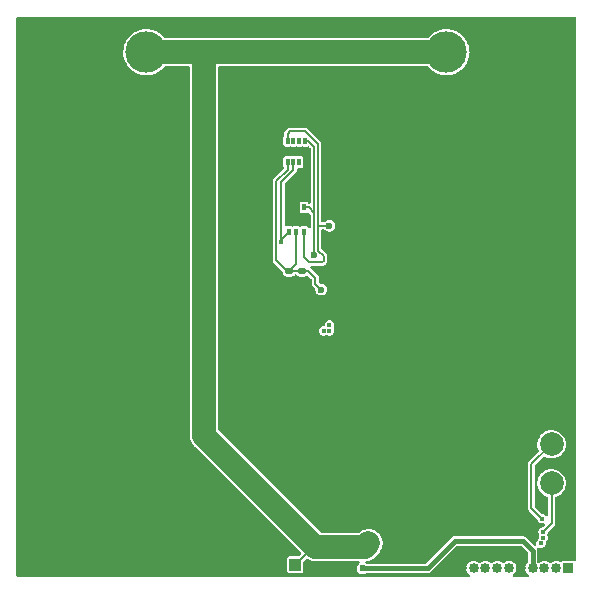
<source format=gtl>
G04 #@! TF.GenerationSoftware,KiCad,Pcbnew,(6.0.1)*
G04 #@! TF.CreationDate,2023-05-09T20:22:02-04:00*
G04 #@! TF.ProjectId,ExternalFaces,45787465-726e-4616-9c46-616365732e6b,rev?*
G04 #@! TF.SameCoordinates,Original*
G04 #@! TF.FileFunction,Copper,L1,Top*
G04 #@! TF.FilePolarity,Positive*
%FSLAX46Y46*%
G04 Gerber Fmt 4.6, Leading zero omitted, Abs format (unit mm)*
G04 Created by KiCad (PCBNEW (6.0.1)) date 2023-05-09 20:22:02*
%MOMM*%
%LPD*%
G01*
G04 APERTURE LIST*
G04 Aperture macros list*
%AMRoundRect*
0 Rectangle with rounded corners*
0 $1 Rounding radius*
0 $2 $3 $4 $5 $6 $7 $8 $9 X,Y pos of 4 corners*
0 Add a 4 corners polygon primitive as box body*
4,1,4,$2,$3,$4,$5,$6,$7,$8,$9,$2,$3,0*
0 Add four circle primitives for the rounded corners*
1,1,$1+$1,$2,$3*
1,1,$1+$1,$4,$5*
1,1,$1+$1,$6,$7*
1,1,$1+$1,$8,$9*
0 Add four rect primitives between the rounded corners*
20,1,$1+$1,$2,$3,$4,$5,0*
20,1,$1+$1,$4,$5,$6,$7,0*
20,1,$1+$1,$6,$7,$8,$9,0*
20,1,$1+$1,$8,$9,$2,$3,0*%
G04 Aperture macros list end*
G04 #@! TA.AperFunction,SMDPad,CuDef*
%ADD10R,0.350000X0.600000*%
G04 #@! TD*
G04 #@! TA.AperFunction,SMDPad,CuDef*
%ADD11R,1.700000X1.100000*%
G04 #@! TD*
G04 #@! TA.AperFunction,SMDPad,CuDef*
%ADD12RoundRect,0.140000X0.170000X-0.140000X0.170000X0.140000X-0.170000X0.140000X-0.170000X-0.140000X0*%
G04 #@! TD*
G04 #@! TA.AperFunction,SMDPad,CuDef*
%ADD13R,0.300000X0.620000*%
G04 #@! TD*
G04 #@! TA.AperFunction,SMDPad,CuDef*
%ADD14C,3.500000*%
G04 #@! TD*
G04 #@! TA.AperFunction,SMDPad,CuDef*
%ADD15R,1.000000X1.000000*%
G04 #@! TD*
G04 #@! TA.AperFunction,SMDPad,CuDef*
%ADD16C,2.000000*%
G04 #@! TD*
G04 #@! TA.AperFunction,ComponentPad*
%ADD17R,0.850000X0.850000*%
G04 #@! TD*
G04 #@! TA.AperFunction,ComponentPad*
%ADD18O,0.850000X0.850000*%
G04 #@! TD*
G04 #@! TA.AperFunction,ViaPad*
%ADD19C,0.600000*%
G04 #@! TD*
G04 #@! TA.AperFunction,ViaPad*
%ADD20C,0.400000*%
G04 #@! TD*
G04 #@! TA.AperFunction,Conductor*
%ADD21C,0.200000*%
G04 #@! TD*
G04 #@! TA.AperFunction,Conductor*
%ADD22C,2.000000*%
G04 #@! TD*
G04 #@! TA.AperFunction,Conductor*
%ADD23C,0.400000*%
G04 #@! TD*
G04 APERTURE END LIST*
D10*
X131050000Y-89150000D03*
X130400000Y-89150000D03*
X129750000Y-89150000D03*
X129750000Y-91250000D03*
X130400000Y-91250000D03*
X131050000Y-91250000D03*
D11*
X130400000Y-90200000D03*
D12*
X130900000Y-95480000D03*
X130900000Y-94520000D03*
D13*
X129650000Y-85310000D03*
X130150000Y-85310000D03*
X130650000Y-85310000D03*
X131150000Y-85310000D03*
X131150000Y-83490000D03*
X130650000Y-83490000D03*
X130150000Y-83490000D03*
X129650000Y-83490000D03*
D14*
X117700000Y-115000000D03*
X117700000Y-76000000D03*
D15*
X130300000Y-119400000D03*
D12*
X129800000Y-95480000D03*
X129800000Y-94520000D03*
D14*
X143100000Y-115000000D03*
X143100000Y-76000000D03*
D16*
X152000000Y-112500000D03*
X152000000Y-109200000D03*
D17*
X153400000Y-119700000D03*
D18*
X152400000Y-119700000D03*
X151400000Y-119700000D03*
X150400000Y-119700000D03*
X149400000Y-119700000D03*
X148400000Y-119700000D03*
X147400000Y-119700000D03*
X146400000Y-119700000D03*
X145400000Y-119700000D03*
X144400000Y-119700000D03*
D19*
X131900000Y-93200000D03*
X108800000Y-118400000D03*
X152300000Y-102700000D03*
X129600000Y-118400000D03*
X152300000Y-93366666D03*
X124500000Y-90800000D03*
X141600000Y-118000000D03*
X124500000Y-99400000D03*
X152300000Y-74700000D03*
X119200000Y-118400000D03*
X127900000Y-90800000D03*
X153600000Y-117500000D03*
X152500000Y-105900000D03*
X152300000Y-84033333D03*
D20*
X129100000Y-92100000D03*
D19*
X133200000Y-90700000D03*
X132500000Y-96100000D03*
X136500000Y-117600000D03*
D20*
X134400000Y-117900000D03*
X132700000Y-99600000D03*
X151200000Y-115500000D03*
X151300000Y-117100000D03*
X133200000Y-99100000D03*
X151300000Y-116600000D03*
X151100000Y-117600000D03*
X133200000Y-99600000D03*
D19*
X136000000Y-119700000D03*
D21*
X131900000Y-84000000D02*
X131900000Y-89600000D01*
X131150000Y-83490000D02*
X131390000Y-83490000D01*
X131450000Y-89150000D02*
X131900000Y-89600000D01*
X131900000Y-89600000D02*
X131900000Y-93200000D01*
X131050000Y-89150000D02*
X131450000Y-89150000D01*
X131390000Y-83490000D02*
X131900000Y-84000000D01*
X130150000Y-85950000D02*
X129100000Y-87000000D01*
X129100000Y-91900000D02*
X129100000Y-92100000D01*
X130150000Y-85310000D02*
X130150000Y-85950000D01*
X129100000Y-87000000D02*
X129100000Y-92100000D01*
X129750000Y-91250000D02*
X129100000Y-91900000D01*
X133200000Y-90700000D02*
X132300000Y-90700000D01*
X132700000Y-93700000D02*
X132600000Y-93800000D01*
X132200000Y-90800000D02*
X132200000Y-92800000D01*
X131050000Y-93350000D02*
X131050000Y-91250000D01*
X132200000Y-92800000D02*
X132700000Y-93300000D01*
X129650000Y-82950000D02*
X129900000Y-82700000D01*
X132300000Y-90700000D02*
X132200000Y-90800000D01*
X132600000Y-93800000D02*
X131500000Y-93800000D01*
X131500000Y-93800000D02*
X131050000Y-93350000D01*
X129900000Y-82700000D02*
X131100000Y-82700000D01*
X132200000Y-83800000D02*
X132200000Y-90800000D01*
X132700000Y-93300000D02*
X132700000Y-93700000D01*
X131100000Y-82700000D02*
X132200000Y-83800000D01*
X129650000Y-83490000D02*
X129650000Y-82950000D01*
X130400000Y-91250000D02*
X130400000Y-93920000D01*
X129800000Y-94520000D02*
X129600000Y-94520000D01*
X129650000Y-85950000D02*
X128700000Y-86900000D01*
X128700000Y-86900000D02*
X128700000Y-93620000D01*
X131420000Y-94520000D02*
X130900000Y-94520000D01*
X129650000Y-85310000D02*
X129650000Y-85950000D01*
X130400000Y-93920000D02*
X129800000Y-94520000D01*
X130900000Y-94520000D02*
X129800000Y-94520000D01*
X132000000Y-95600000D02*
X132000000Y-95100000D01*
X132000000Y-95100000D02*
X131420000Y-94520000D01*
X129600000Y-94520000D02*
X128700000Y-93620000D01*
X132500000Y-96100000D02*
X132000000Y-95600000D01*
D22*
X125100000Y-76000000D02*
X122600000Y-76000000D01*
X132000000Y-117900000D02*
X134400000Y-117900000D01*
D21*
X131800000Y-117900000D02*
X132000000Y-117900000D01*
D22*
X136200000Y-117900000D02*
X136500000Y-117600000D01*
X122600000Y-76000000D02*
X122600000Y-108500000D01*
D21*
X130300000Y-119400000D02*
X131800000Y-117900000D01*
D22*
X134400000Y-117900000D02*
X136200000Y-117900000D01*
X122600000Y-108500000D02*
X132000000Y-117900000D01*
X143100000Y-76000000D02*
X125100000Y-76000000D01*
X122600000Y-76000000D02*
X117700000Y-76000000D01*
D21*
X152000000Y-115900000D02*
X151300000Y-116600000D01*
X150300000Y-114600000D02*
X151200000Y-115500000D01*
X150300000Y-110900000D02*
X150300000Y-114600000D01*
X152000000Y-109200000D02*
X150300000Y-110900000D01*
X152000000Y-112500000D02*
X152000000Y-115900000D01*
D23*
X136000000Y-119700000D02*
X141500000Y-119700000D01*
X150400000Y-118200000D02*
X150400000Y-119700000D01*
X149600000Y-117400000D02*
X150400000Y-118200000D01*
X143800000Y-117400000D02*
X149600000Y-117400000D01*
X141500000Y-119700000D02*
X143800000Y-117400000D01*
G04 #@! TA.AperFunction,Conductor*
G36*
X154059191Y-73018907D02*
G01*
X154095155Y-73068407D01*
X154100000Y-73099000D01*
X154100000Y-119032394D01*
X154081093Y-119090585D01*
X154031593Y-119126549D01*
X153970407Y-119126549D01*
X153945999Y-119114709D01*
X153911343Y-119091553D01*
X153911342Y-119091552D01*
X153903231Y-119086133D01*
X153893668Y-119084231D01*
X153893666Y-119084230D01*
X153862092Y-119077950D01*
X153844748Y-119074500D01*
X152955252Y-119074500D01*
X152937908Y-119077950D01*
X152906334Y-119084230D01*
X152906332Y-119084231D01*
X152896769Y-119086133D01*
X152830448Y-119130448D01*
X152825159Y-119138364D01*
X152770773Y-119166074D01*
X152708962Y-119155786D01*
X152625805Y-119111757D01*
X152620017Y-119110303D01*
X152620014Y-119110302D01*
X152496576Y-119079296D01*
X152478972Y-119074874D01*
X152403276Y-119074478D01*
X152333545Y-119074113D01*
X152333543Y-119074113D01*
X152327579Y-119074082D01*
X152301929Y-119080240D01*
X152197837Y-119105230D01*
X152180367Y-119109424D01*
X152110544Y-119145462D01*
X152051141Y-119176122D01*
X152051139Y-119176124D01*
X152045835Y-119178861D01*
X152026606Y-119195636D01*
X151964860Y-119249500D01*
X151908581Y-119273505D01*
X151848939Y-119259845D01*
X151833923Y-119248815D01*
X151774235Y-119195636D01*
X151759603Y-119182599D01*
X151733315Y-119168680D01*
X151708962Y-119155786D01*
X151625805Y-119111757D01*
X151620017Y-119110303D01*
X151620014Y-119110302D01*
X151496576Y-119079296D01*
X151478972Y-119074874D01*
X151403276Y-119074478D01*
X151333545Y-119074113D01*
X151333543Y-119074113D01*
X151327579Y-119074082D01*
X151301929Y-119080240D01*
X151197837Y-119105230D01*
X151180367Y-119109424D01*
X151110544Y-119145462D01*
X151051141Y-119176122D01*
X151051139Y-119176124D01*
X151045835Y-119178861D01*
X151041340Y-119182782D01*
X151041336Y-119182785D01*
X151016088Y-119204811D01*
X150964860Y-119249501D01*
X150908581Y-119273506D01*
X150848940Y-119259847D01*
X150833849Y-119248750D01*
X150833564Y-119248496D01*
X150802750Y-119195636D01*
X150800500Y-119174648D01*
X150800500Y-118136567D01*
X150793044Y-118113620D01*
X150789419Y-118098519D01*
X150788130Y-118090379D01*
X150785646Y-118074697D01*
X150785784Y-118074675D01*
X150785784Y-118017882D01*
X150821748Y-117968382D01*
X150879939Y-117949475D01*
X150924885Y-117960266D01*
X150967753Y-117982109D01*
X150967757Y-117982110D01*
X150974696Y-117985646D01*
X150982390Y-117986865D01*
X150982391Y-117986865D01*
X151092303Y-118004273D01*
X151100000Y-118005492D01*
X151107697Y-118004273D01*
X151217609Y-117986865D01*
X151217610Y-117986865D01*
X151225304Y-117985646D01*
X151232246Y-117982109D01*
X151331403Y-117931586D01*
X151331405Y-117931585D01*
X151338342Y-117928050D01*
X151428050Y-117838342D01*
X151432558Y-117829496D01*
X151482110Y-117732244D01*
X151482110Y-117732243D01*
X151485646Y-117725304D01*
X151495499Y-117663098D01*
X151504273Y-117607697D01*
X151504273Y-117607696D01*
X151505492Y-117600000D01*
X151493735Y-117525768D01*
X151503306Y-117465336D01*
X151532695Y-117430928D01*
X151538342Y-117428050D01*
X151628050Y-117338342D01*
X151662968Y-117269813D01*
X151682110Y-117232244D01*
X151682110Y-117232243D01*
X151685646Y-117225304D01*
X151705492Y-117100000D01*
X151698755Y-117057462D01*
X151686865Y-116982391D01*
X151686865Y-116982390D01*
X151685646Y-116974696D01*
X151645011Y-116894945D01*
X151635440Y-116834513D01*
X151645011Y-116805055D01*
X151682110Y-116732244D01*
X151682110Y-116732243D01*
X151685646Y-116725304D01*
X151692728Y-116680593D01*
X151696794Y-116654917D01*
X151724571Y-116600400D01*
X152174651Y-116150320D01*
X152177780Y-116147620D01*
X152182269Y-116145425D01*
X152215893Y-116109178D01*
X152218469Y-116106502D01*
X152232247Y-116092724D01*
X152234792Y-116089013D01*
X152238220Y-116085108D01*
X152258401Y-116063354D01*
X152262666Y-116052664D01*
X152272980Y-116033348D01*
X152274321Y-116031393D01*
X152274322Y-116031390D01*
X152279492Y-116023854D01*
X152285641Y-115997941D01*
X152290014Y-115984116D01*
X152297294Y-115965868D01*
X152297294Y-115965866D01*
X152299883Y-115959378D01*
X152300500Y-115953085D01*
X152300500Y-115946916D01*
X152303175Y-115924057D01*
X152303230Y-115923827D01*
X152303230Y-115923825D01*
X152305340Y-115914934D01*
X152301404Y-115886012D01*
X152300500Y-115872663D01*
X152300500Y-113736807D01*
X152319407Y-113678616D01*
X152367677Y-113643061D01*
X152490379Y-113601410D01*
X152561944Y-113561332D01*
X152678925Y-113495819D01*
X152682884Y-113493602D01*
X152852518Y-113352518D01*
X152993602Y-113182884D01*
X153101410Y-112990379D01*
X153172331Y-112781452D01*
X153185156Y-112692999D01*
X153203571Y-112565997D01*
X153203571Y-112565991D01*
X153203991Y-112563098D01*
X153204895Y-112528590D01*
X153205567Y-112502914D01*
X153205567Y-112502909D01*
X153205643Y-112500000D01*
X153203756Y-112479458D01*
X153185869Y-112284809D01*
X153185454Y-112280289D01*
X153125565Y-112067936D01*
X153123557Y-112063864D01*
X153123555Y-112063859D01*
X153029988Y-111874125D01*
X153027980Y-111870053D01*
X152895967Y-111693267D01*
X152733949Y-111543499D01*
X152547350Y-111425764D01*
X152342421Y-111344006D01*
X152126024Y-111300962D01*
X152017347Y-111299539D01*
X151909946Y-111298133D01*
X151909941Y-111298133D01*
X151905406Y-111298074D01*
X151900933Y-111298843D01*
X151900928Y-111298843D01*
X151692435Y-111334668D01*
X151692429Y-111334670D01*
X151687957Y-111335438D01*
X151660176Y-111345687D01*
X151485220Y-111410231D01*
X151485217Y-111410232D01*
X151480957Y-111411804D01*
X151477054Y-111414126D01*
X151477052Y-111414127D01*
X151457492Y-111425764D01*
X151291341Y-111524614D01*
X151287926Y-111527609D01*
X151287923Y-111527611D01*
X151180036Y-111622225D01*
X151125457Y-111670090D01*
X150988863Y-111843360D01*
X150886131Y-112038620D01*
X150820703Y-112249333D01*
X150820169Y-112253843D01*
X150820169Y-112253844D01*
X150797814Y-112442721D01*
X150781993Y-112477039D01*
X150798288Y-112522115D01*
X150809200Y-112688604D01*
X150810316Y-112692997D01*
X150810316Y-112692999D01*
X150833873Y-112785754D01*
X150863511Y-112902452D01*
X150955883Y-113102821D01*
X151083222Y-113283002D01*
X151241264Y-113436961D01*
X151424717Y-113559540D01*
X151627436Y-113646635D01*
X151631245Y-113647497D01*
X151680593Y-113683351D01*
X151699500Y-113741541D01*
X151699500Y-115195021D01*
X151680593Y-115253212D01*
X151631093Y-115289176D01*
X151569907Y-115289176D01*
X151529726Y-115259982D01*
X151528050Y-115261658D01*
X151438342Y-115171950D01*
X151431405Y-115168415D01*
X151431403Y-115168414D01*
X151332244Y-115117890D01*
X151332243Y-115117890D01*
X151325304Y-115114354D01*
X151317611Y-115113136D01*
X151317609Y-115113135D01*
X151254917Y-115103206D01*
X151200400Y-115075429D01*
X150629496Y-114504525D01*
X150601719Y-114450008D01*
X150600500Y-114434521D01*
X150600500Y-112528590D01*
X150615692Y-112481833D01*
X150613123Y-112479458D01*
X150600500Y-112431085D01*
X150600500Y-111065479D01*
X150619407Y-111007288D01*
X150629496Y-110995475D01*
X151335807Y-110289164D01*
X151390324Y-110261387D01*
X151444890Y-110268208D01*
X151623262Y-110344842D01*
X151623265Y-110344843D01*
X151627436Y-110346635D01*
X151705165Y-110364223D01*
X151838206Y-110394328D01*
X151838211Y-110394329D01*
X151842632Y-110395329D01*
X151952865Y-110399660D01*
X152058565Y-110403813D01*
X152058566Y-110403813D01*
X152063098Y-110403991D01*
X152281452Y-110372331D01*
X152285751Y-110370872D01*
X152285754Y-110370871D01*
X152486078Y-110302870D01*
X152490379Y-110301410D01*
X152549666Y-110268208D01*
X152678925Y-110195819D01*
X152682884Y-110193602D01*
X152852518Y-110052518D01*
X152993602Y-109882884D01*
X153101410Y-109690379D01*
X153172331Y-109481452D01*
X153185156Y-109392999D01*
X153203571Y-109265997D01*
X153203571Y-109265991D01*
X153203991Y-109263098D01*
X153204806Y-109231994D01*
X153205567Y-109202914D01*
X153205567Y-109202909D01*
X153205643Y-109200000D01*
X153201987Y-109160207D01*
X153191408Y-109045085D01*
X153185454Y-108980289D01*
X153125565Y-108767936D01*
X153123557Y-108763864D01*
X153123555Y-108763859D01*
X153029988Y-108574125D01*
X153027980Y-108570053D01*
X152895967Y-108393267D01*
X152733949Y-108243499D01*
X152547350Y-108125764D01*
X152342421Y-108044006D01*
X152126024Y-108000962D01*
X152017347Y-107999539D01*
X151909946Y-107998133D01*
X151909941Y-107998133D01*
X151905406Y-107998074D01*
X151900933Y-107998843D01*
X151900928Y-107998843D01*
X151692435Y-108034668D01*
X151692429Y-108034670D01*
X151687957Y-108035438D01*
X151660176Y-108045687D01*
X151485220Y-108110231D01*
X151485217Y-108110232D01*
X151480957Y-108111804D01*
X151477054Y-108114126D01*
X151477052Y-108114127D01*
X151457492Y-108125764D01*
X151291341Y-108224614D01*
X151287926Y-108227609D01*
X151287923Y-108227611D01*
X151180036Y-108322225D01*
X151125457Y-108370090D01*
X151122649Y-108373652D01*
X150994614Y-108536065D01*
X150988863Y-108543360D01*
X150986749Y-108547378D01*
X150892012Y-108727443D01*
X150886131Y-108738620D01*
X150820703Y-108949333D01*
X150820169Y-108953843D01*
X150820169Y-108953844D01*
X150795744Y-109160207D01*
X150794770Y-109168440D01*
X150809200Y-109388604D01*
X150810316Y-109392997D01*
X150810316Y-109392999D01*
X150833873Y-109485754D01*
X150863511Y-109602452D01*
X150865407Y-109606565D01*
X150865410Y-109606573D01*
X150932146Y-109751334D01*
X150939338Y-109812095D01*
X150912244Y-109862785D01*
X150125349Y-110649680D01*
X150122220Y-110652380D01*
X150117731Y-110654575D01*
X150111513Y-110661278D01*
X150084107Y-110690822D01*
X150081531Y-110693498D01*
X150067752Y-110707277D01*
X150065207Y-110710987D01*
X150061771Y-110714900D01*
X150041599Y-110736646D01*
X150038212Y-110745134D01*
X150038212Y-110745135D01*
X150037334Y-110747336D01*
X150027020Y-110766652D01*
X150025679Y-110768607D01*
X150025678Y-110768610D01*
X150020508Y-110776146D01*
X150018398Y-110785038D01*
X150014359Y-110802058D01*
X150009986Y-110815884D01*
X150002706Y-110834132D01*
X150000117Y-110840622D01*
X149999500Y-110846915D01*
X149999500Y-110853084D01*
X149996825Y-110875943D01*
X149994660Y-110885066D01*
X149998596Y-110913987D01*
X149999500Y-110927337D01*
X149999500Y-114546492D01*
X149999197Y-114550617D01*
X149997575Y-114555342D01*
X149997918Y-114564476D01*
X149999430Y-114604761D01*
X149999500Y-114608474D01*
X149999500Y-114627948D01*
X150000325Y-114632378D01*
X150000661Y-114637571D01*
X150001774Y-114667208D01*
X150005380Y-114675602D01*
X150005381Y-114675605D01*
X150006317Y-114677783D01*
X150012683Y-114698734D01*
X150014791Y-114710053D01*
X150019588Y-114717835D01*
X150028768Y-114732728D01*
X150035451Y-114745595D01*
X150045964Y-114770063D01*
X150049978Y-114774949D01*
X150054342Y-114779313D01*
X150068613Y-114797368D01*
X150073532Y-114805348D01*
X150096769Y-114823018D01*
X150106839Y-114831810D01*
X150775429Y-115500401D01*
X150803206Y-115554918D01*
X150814354Y-115625304D01*
X150871950Y-115738342D01*
X150961658Y-115828050D01*
X150968595Y-115831585D01*
X150968597Y-115831586D01*
X151067756Y-115882110D01*
X151074696Y-115885646D01*
X151082390Y-115886865D01*
X151082391Y-115886865D01*
X151192303Y-115904273D01*
X151200000Y-115905492D01*
X151207697Y-115904273D01*
X151317609Y-115886865D01*
X151317610Y-115886865D01*
X151325304Y-115885646D01*
X151328391Y-115884073D01*
X151387388Y-115884074D01*
X151436887Y-115920039D01*
X151455793Y-115978230D01*
X151436884Y-116036420D01*
X151426797Y-116048232D01*
X151299600Y-116175429D01*
X151245083Y-116203206D01*
X151182391Y-116213135D01*
X151182389Y-116213136D01*
X151174696Y-116214354D01*
X151167757Y-116217890D01*
X151167756Y-116217890D01*
X151068597Y-116268414D01*
X151068595Y-116268415D01*
X151061658Y-116271950D01*
X150971950Y-116361658D01*
X150968415Y-116368595D01*
X150968414Y-116368597D01*
X150919086Y-116465408D01*
X150914354Y-116474696D01*
X150894508Y-116600000D01*
X150895727Y-116607697D01*
X150907274Y-116680600D01*
X150914354Y-116725304D01*
X150917890Y-116732243D01*
X150917890Y-116732244D01*
X150954989Y-116805055D01*
X150964560Y-116865487D01*
X150954989Y-116894945D01*
X150914354Y-116974696D01*
X150913135Y-116982390D01*
X150913135Y-116982391D01*
X150901245Y-117057462D01*
X150894508Y-117100000D01*
X150895727Y-117107697D01*
X150906265Y-117174232D01*
X150896694Y-117234664D01*
X150867305Y-117269072D01*
X150861658Y-117271950D01*
X150771950Y-117361658D01*
X150768415Y-117368595D01*
X150768414Y-117368597D01*
X150730691Y-117442632D01*
X150714354Y-117474696D01*
X150694508Y-117600000D01*
X150705214Y-117667592D01*
X150708592Y-117688923D01*
X150699021Y-117749355D01*
X150655756Y-117792620D01*
X150595324Y-117802191D01*
X150540807Y-117774414D01*
X149860910Y-117094517D01*
X149860901Y-117094509D01*
X149838342Y-117071950D01*
X149816846Y-117060998D01*
X149803605Y-117052883D01*
X149790395Y-117043285D01*
X149784090Y-117038704D01*
X149761143Y-117031248D01*
X149746794Y-117025304D01*
X149725304Y-117014354D01*
X149717611Y-117013136D01*
X149717609Y-117013135D01*
X149701481Y-117010581D01*
X149686380Y-117006956D01*
X149663433Y-116999500D01*
X143768481Y-116999500D01*
X143768477Y-116999501D01*
X143736567Y-116999501D01*
X143729160Y-117001907D01*
X143729157Y-117001908D01*
X143713627Y-117006954D01*
X143698525Y-117010580D01*
X143674696Y-117014354D01*
X143654358Y-117024717D01*
X143653206Y-117025304D01*
X143638856Y-117031249D01*
X143615910Y-117038704D01*
X143596386Y-117052889D01*
X143583156Y-117060996D01*
X143561658Y-117071950D01*
X143539091Y-117094517D01*
X141363103Y-119270504D01*
X141308586Y-119298281D01*
X141293099Y-119299500D01*
X136331650Y-119299500D01*
X136277804Y-119283575D01*
X136268114Y-119277295D01*
X136229569Y-119229779D01*
X136226314Y-119168680D01*
X136259594Y-119117337D01*
X136310330Y-119095907D01*
X136324215Y-119094264D01*
X136326789Y-119093993D01*
X136371148Y-119089917D01*
X136419711Y-119085454D01*
X136424077Y-119084223D01*
X136424080Y-119084222D01*
X136427443Y-119083273D01*
X136442691Y-119080240D01*
X136446152Y-119079831D01*
X136446160Y-119079829D01*
X136450667Y-119079296D01*
X136539812Y-119051616D01*
X136542211Y-119050906D01*
X136632064Y-119025565D01*
X136639275Y-119022009D01*
X136653702Y-119016254D01*
X136657036Y-119015219D01*
X136657051Y-119015213D01*
X136661379Y-119013869D01*
X136665390Y-119011758D01*
X136665394Y-119011757D01*
X136743938Y-118970433D01*
X136746247Y-118969257D01*
X136825876Y-118929988D01*
X136825880Y-118929986D01*
X136829947Y-118927980D01*
X136833582Y-118925266D01*
X136833588Y-118925262D01*
X136836394Y-118923167D01*
X136849520Y-118914884D01*
X136852622Y-118913252D01*
X136852626Y-118913249D01*
X136856641Y-118911137D01*
X136929960Y-118853337D01*
X136931961Y-118851803D01*
X137006733Y-118795967D01*
X137065750Y-118732122D01*
X137068444Y-118729319D01*
X137388458Y-118409305D01*
X137390458Y-118406901D01*
X137490697Y-118286376D01*
X137490697Y-118286375D01*
X137493602Y-118282883D01*
X137592541Y-118106216D01*
X137599192Y-118094340D01*
X137599193Y-118094338D01*
X137601410Y-118090379D01*
X137626019Y-118017882D01*
X137670871Y-117885754D01*
X137670872Y-117885751D01*
X137672331Y-117881452D01*
X137703991Y-117663098D01*
X137701210Y-117592303D01*
X137695507Y-117447165D01*
X137695329Y-117442632D01*
X137694329Y-117438211D01*
X137694328Y-117438206D01*
X137647635Y-117231860D01*
X137646634Y-117227435D01*
X137559539Y-117024717D01*
X137436960Y-116841265D01*
X137283002Y-116683222D01*
X137275963Y-116678247D01*
X137106531Y-116558504D01*
X137106529Y-116558503D01*
X137102822Y-116555883D01*
X136948601Y-116484785D01*
X136906569Y-116465408D01*
X136902452Y-116463510D01*
X136898058Y-116462394D01*
X136692999Y-116410316D01*
X136692997Y-116410316D01*
X136688604Y-116409200D01*
X136684082Y-116408904D01*
X136684078Y-116408903D01*
X136554760Y-116400428D01*
X136468440Y-116394770D01*
X136463937Y-116395303D01*
X136463936Y-116395303D01*
X136358886Y-116407737D01*
X136249333Y-116420704D01*
X136143977Y-116453417D01*
X136042955Y-116484785D01*
X136042952Y-116484786D01*
X136038621Y-116486131D01*
X136034607Y-116488243D01*
X135847376Y-116586749D01*
X135847371Y-116586752D01*
X135843359Y-116588863D01*
X135839797Y-116591671D01*
X135839794Y-116591673D01*
X135729975Y-116678247D01*
X135668685Y-116699500D01*
X132538271Y-116699500D01*
X132480080Y-116680593D01*
X132468267Y-116670504D01*
X123829496Y-108031733D01*
X123801719Y-107977216D01*
X123800500Y-107961729D01*
X123800500Y-99600000D01*
X132294508Y-99600000D01*
X132314354Y-99725304D01*
X132371950Y-99838342D01*
X132461658Y-99928050D01*
X132468595Y-99931585D01*
X132468597Y-99931586D01*
X132567756Y-99982110D01*
X132574696Y-99985646D01*
X132582390Y-99986865D01*
X132582391Y-99986865D01*
X132692303Y-100004273D01*
X132700000Y-100005492D01*
X132707697Y-100004273D01*
X132817609Y-99986865D01*
X132817610Y-99986865D01*
X132825304Y-99985646D01*
X132832244Y-99982110D01*
X132905055Y-99945011D01*
X132965487Y-99935440D01*
X132994945Y-99945011D01*
X133067756Y-99982110D01*
X133074696Y-99985646D01*
X133082390Y-99986865D01*
X133082391Y-99986865D01*
X133192303Y-100004273D01*
X133200000Y-100005492D01*
X133207697Y-100004273D01*
X133317609Y-99986865D01*
X133317610Y-99986865D01*
X133325304Y-99985646D01*
X133332244Y-99982110D01*
X133431403Y-99931586D01*
X133431405Y-99931585D01*
X133438342Y-99928050D01*
X133528050Y-99838342D01*
X133585646Y-99725304D01*
X133605492Y-99600000D01*
X133585646Y-99474696D01*
X133545011Y-99394945D01*
X133535440Y-99334513D01*
X133545011Y-99305055D01*
X133582110Y-99232244D01*
X133582110Y-99232243D01*
X133585646Y-99225304D01*
X133587381Y-99214354D01*
X133604273Y-99107697D01*
X133605492Y-99100000D01*
X133585646Y-98974696D01*
X133528050Y-98861658D01*
X133438342Y-98771950D01*
X133431405Y-98768415D01*
X133431403Y-98768414D01*
X133332244Y-98717890D01*
X133332243Y-98717890D01*
X133325304Y-98714354D01*
X133317610Y-98713135D01*
X133317609Y-98713135D01*
X133207697Y-98695727D01*
X133200000Y-98694508D01*
X133192303Y-98695727D01*
X133082391Y-98713135D01*
X133082390Y-98713135D01*
X133074696Y-98714354D01*
X133067757Y-98717890D01*
X133067756Y-98717890D01*
X132968597Y-98768414D01*
X132968595Y-98768415D01*
X132961658Y-98771950D01*
X132871950Y-98861658D01*
X132814354Y-98974696D01*
X132794508Y-99100000D01*
X132794559Y-99100322D01*
X132776820Y-99154918D01*
X132727320Y-99190882D01*
X132702212Y-99194858D01*
X132700000Y-99194508D01*
X132692303Y-99195727D01*
X132582391Y-99213135D01*
X132582390Y-99213135D01*
X132574696Y-99214354D01*
X132567757Y-99217890D01*
X132567756Y-99217890D01*
X132468597Y-99268414D01*
X132468595Y-99268415D01*
X132461658Y-99271950D01*
X132371950Y-99361658D01*
X132314354Y-99474696D01*
X132294508Y-99600000D01*
X123800500Y-99600000D01*
X123800500Y-86885066D01*
X128394660Y-86885066D01*
X128398596Y-86913987D01*
X128399500Y-86927337D01*
X128399500Y-93566492D01*
X128399197Y-93570617D01*
X128397575Y-93575342D01*
X128397918Y-93584476D01*
X128399430Y-93624761D01*
X128399500Y-93628474D01*
X128399500Y-93647948D01*
X128400325Y-93652378D01*
X128400661Y-93657571D01*
X128401774Y-93687208D01*
X128405380Y-93695602D01*
X128405381Y-93695605D01*
X128406317Y-93697783D01*
X128412683Y-93718734D01*
X128414791Y-93730053D01*
X128427498Y-93750668D01*
X128428768Y-93752728D01*
X128435451Y-93765595D01*
X128445964Y-93790063D01*
X128449978Y-93794949D01*
X128454342Y-93799313D01*
X128468613Y-93817368D01*
X128473532Y-93825348D01*
X128496769Y-93843018D01*
X128506839Y-93851810D01*
X129260505Y-94605477D01*
X129288282Y-94659994D01*
X129289501Y-94675481D01*
X129289501Y-94699900D01*
X129296028Y-94749487D01*
X129299231Y-94756355D01*
X129337959Y-94839407D01*
X129346776Y-94858316D01*
X129431684Y-94943224D01*
X129439532Y-94946884D01*
X129439534Y-94946885D01*
X129515193Y-94982165D01*
X129540513Y-94993972D01*
X129590099Y-95000500D01*
X129799967Y-95000500D01*
X130009900Y-95000499D01*
X130013110Y-95000076D01*
X130013117Y-95000076D01*
X130051975Y-94994961D01*
X130051976Y-94994961D01*
X130059487Y-94993972D01*
X130144341Y-94954404D01*
X130160466Y-94946885D01*
X130160468Y-94946884D01*
X130168316Y-94943224D01*
X130253224Y-94858316D01*
X130253621Y-94858713D01*
X130297166Y-94825896D01*
X130329403Y-94820500D01*
X130370597Y-94820500D01*
X130428788Y-94839407D01*
X130446241Y-94857168D01*
X130446776Y-94858316D01*
X130531684Y-94943224D01*
X130539532Y-94946884D01*
X130539534Y-94946885D01*
X130615193Y-94982165D01*
X130640513Y-94993972D01*
X130690099Y-95000500D01*
X130899967Y-95000500D01*
X131109900Y-95000499D01*
X131113110Y-95000076D01*
X131113117Y-95000076D01*
X131151975Y-94994961D01*
X131151976Y-94994961D01*
X131159487Y-94993972D01*
X131268316Y-94943224D01*
X131274442Y-94937098D01*
X131281536Y-94932131D01*
X131282528Y-94933547D01*
X131327797Y-94910482D01*
X131388229Y-94920053D01*
X131413288Y-94938259D01*
X131670504Y-95195475D01*
X131698281Y-95249992D01*
X131699500Y-95265479D01*
X131699500Y-95546492D01*
X131699197Y-95550617D01*
X131697575Y-95555342D01*
X131697918Y-95564476D01*
X131699430Y-95604761D01*
X131699500Y-95608474D01*
X131699500Y-95627948D01*
X131700325Y-95632378D01*
X131700661Y-95637571D01*
X131701774Y-95667208D01*
X131705380Y-95675602D01*
X131705381Y-95675605D01*
X131706317Y-95677783D01*
X131712683Y-95698734D01*
X131714791Y-95710053D01*
X131719588Y-95717835D01*
X131728768Y-95732728D01*
X131735451Y-95745595D01*
X131745964Y-95770063D01*
X131749978Y-95774949D01*
X131754342Y-95779313D01*
X131768613Y-95797368D01*
X131773532Y-95805348D01*
X131796769Y-95823018D01*
X131806839Y-95831810D01*
X131968869Y-95993840D01*
X131996646Y-96048357D01*
X131996687Y-96079072D01*
X131995476Y-96086851D01*
X131994391Y-96093823D01*
X132012980Y-96235979D01*
X132015821Y-96242435D01*
X132015821Y-96242436D01*
X132023586Y-96260082D01*
X132070720Y-96367203D01*
X132083792Y-96382754D01*
X132158431Y-96471549D01*
X132158434Y-96471551D01*
X132162970Y-96476948D01*
X132168841Y-96480856D01*
X132168842Y-96480857D01*
X132181143Y-96489045D01*
X132282313Y-96556390D01*
X132382920Y-96587821D01*
X132412425Y-96597039D01*
X132412426Y-96597039D01*
X132419157Y-96599142D01*
X132490828Y-96600456D01*
X132555445Y-96601641D01*
X132555447Y-96601641D01*
X132562499Y-96601770D01*
X132569302Y-96599915D01*
X132569304Y-96599915D01*
X132644503Y-96579413D01*
X132700817Y-96564060D01*
X132822991Y-96489045D01*
X132830403Y-96480857D01*
X132914468Y-96387982D01*
X132919200Y-96382754D01*
X132981710Y-96253733D01*
X132985875Y-96228982D01*
X133004862Y-96116124D01*
X133004862Y-96116120D01*
X133005496Y-96112354D01*
X133005647Y-96100000D01*
X132985323Y-95958082D01*
X132925984Y-95827572D01*
X132832400Y-95718963D01*
X132712095Y-95640985D01*
X132574739Y-95599907D01*
X132503032Y-95599469D01*
X132464610Y-95599234D01*
X132406536Y-95579972D01*
X132395211Y-95570240D01*
X132329496Y-95504525D01*
X132301719Y-95450008D01*
X132300500Y-95434521D01*
X132300500Y-95153508D01*
X132300803Y-95149383D01*
X132302425Y-95144658D01*
X132300570Y-95095239D01*
X132300500Y-95091526D01*
X132300500Y-95072052D01*
X132299675Y-95067622D01*
X132299338Y-95062417D01*
X132298569Y-95041925D01*
X132298226Y-95032792D01*
X132294620Y-95024398D01*
X132294619Y-95024395D01*
X132293683Y-95022217D01*
X132287317Y-95001266D01*
X132285209Y-94989947D01*
X132271232Y-94967271D01*
X132264548Y-94954404D01*
X132256795Y-94936358D01*
X132256794Y-94936357D01*
X132254036Y-94929937D01*
X132250022Y-94925051D01*
X132245658Y-94920687D01*
X132231387Y-94902632D01*
X132231264Y-94902433D01*
X132226468Y-94894652D01*
X132203231Y-94876982D01*
X132193161Y-94868190D01*
X131670320Y-94345349D01*
X131667620Y-94342220D01*
X131665425Y-94337731D01*
X131629178Y-94304107D01*
X131626502Y-94301531D01*
X131612723Y-94287752D01*
X131609013Y-94285207D01*
X131605100Y-94281771D01*
X131594654Y-94272081D01*
X131564851Y-94218645D01*
X131572148Y-94157896D01*
X131613759Y-94113039D01*
X131661982Y-94100500D01*
X132546492Y-94100500D01*
X132550617Y-94100803D01*
X132555342Y-94102425D01*
X132604761Y-94100570D01*
X132608474Y-94100500D01*
X132627948Y-94100500D01*
X132632378Y-94099675D01*
X132637571Y-94099339D01*
X132653602Y-94098737D01*
X132658075Y-94098569D01*
X132667208Y-94098226D01*
X132675602Y-94094620D01*
X132675605Y-94094619D01*
X132677783Y-94093683D01*
X132698734Y-94087317D01*
X132710053Y-94085209D01*
X132732729Y-94071232D01*
X132745596Y-94064548D01*
X132763642Y-94056795D01*
X132763643Y-94056794D01*
X132770063Y-94054036D01*
X132774949Y-94050022D01*
X132779316Y-94045655D01*
X132797363Y-94031390D01*
X132805348Y-94026468D01*
X132823015Y-94003234D01*
X132831811Y-93993160D01*
X132874654Y-93950317D01*
X132877780Y-93947619D01*
X132882269Y-93945425D01*
X132915882Y-93909190D01*
X132918458Y-93906514D01*
X132932248Y-93892724D01*
X132934793Y-93889013D01*
X132938234Y-93885094D01*
X132952185Y-93870055D01*
X132952185Y-93870054D01*
X132958401Y-93863354D01*
X132961787Y-93854866D01*
X132961789Y-93854863D01*
X132962667Y-93852662D01*
X132972981Y-93833346D01*
X132974322Y-93831391D01*
X132974323Y-93831389D01*
X132979492Y-93823854D01*
X132985641Y-93797941D01*
X132990014Y-93784116D01*
X132997294Y-93765868D01*
X132997294Y-93765866D01*
X132999883Y-93759378D01*
X133000500Y-93753085D01*
X133000500Y-93746916D01*
X133003175Y-93724057D01*
X133003230Y-93723827D01*
X133003230Y-93723825D01*
X133005340Y-93714934D01*
X133001404Y-93686012D01*
X133000500Y-93672663D01*
X133000500Y-93353508D01*
X133000803Y-93349383D01*
X133002425Y-93344658D01*
X133000570Y-93295239D01*
X133000500Y-93291526D01*
X133000500Y-93272052D01*
X132999675Y-93267622D01*
X132999338Y-93262417D01*
X132998569Y-93241925D01*
X132998226Y-93232792D01*
X132994620Y-93224398D01*
X132994619Y-93224395D01*
X132993683Y-93222217D01*
X132987317Y-93201266D01*
X132985209Y-93189947D01*
X132971232Y-93167271D01*
X132964548Y-93154404D01*
X132956793Y-93136353D01*
X132956792Y-93136351D01*
X132954036Y-93129937D01*
X132950023Y-93125051D01*
X132945657Y-93120685D01*
X132931385Y-93102629D01*
X132931264Y-93102432D01*
X132931263Y-93102431D01*
X132926468Y-93094652D01*
X132903239Y-93076988D01*
X132893161Y-93068189D01*
X132529497Y-92704526D01*
X132501719Y-92650009D01*
X132500500Y-92634522D01*
X132500500Y-91099500D01*
X132519407Y-91041309D01*
X132568907Y-91005345D01*
X132599500Y-91000500D01*
X132752597Y-91000500D01*
X132810788Y-91019407D01*
X132828380Y-91035798D01*
X132858431Y-91071549D01*
X132858434Y-91071551D01*
X132862970Y-91076948D01*
X132868841Y-91080856D01*
X132868842Y-91080857D01*
X132881143Y-91089045D01*
X132982313Y-91156390D01*
X133082920Y-91187821D01*
X133112425Y-91197039D01*
X133112426Y-91197039D01*
X133119157Y-91199142D01*
X133190828Y-91200456D01*
X133255445Y-91201641D01*
X133255447Y-91201641D01*
X133262499Y-91201770D01*
X133269302Y-91199915D01*
X133269304Y-91199915D01*
X133344503Y-91179413D01*
X133400817Y-91164060D01*
X133522991Y-91089045D01*
X133530403Y-91080857D01*
X133614468Y-90987982D01*
X133619200Y-90982754D01*
X133676213Y-90865078D01*
X133678634Y-90860082D01*
X133681710Y-90853733D01*
X133690746Y-90800029D01*
X133704862Y-90716124D01*
X133704862Y-90716120D01*
X133705496Y-90712354D01*
X133705647Y-90700000D01*
X133685323Y-90558082D01*
X133625984Y-90427572D01*
X133532400Y-90318963D01*
X133412095Y-90240985D01*
X133274739Y-90199907D01*
X133191497Y-90199398D01*
X133138427Y-90199074D01*
X133138426Y-90199074D01*
X133131376Y-90199031D01*
X133124599Y-90200968D01*
X133124598Y-90200968D01*
X133000309Y-90236490D01*
X133000307Y-90236491D01*
X132993529Y-90238428D01*
X132872280Y-90314930D01*
X132867613Y-90320214D01*
X132867611Y-90320216D01*
X132827147Y-90366034D01*
X132774455Y-90397134D01*
X132752943Y-90399500D01*
X132599500Y-90399500D01*
X132541309Y-90380593D01*
X132505345Y-90331093D01*
X132500500Y-90300500D01*
X132500500Y-83853508D01*
X132500803Y-83849383D01*
X132502425Y-83844658D01*
X132500570Y-83795239D01*
X132500500Y-83791526D01*
X132500500Y-83772052D01*
X132499675Y-83767622D01*
X132499338Y-83762417D01*
X132498569Y-83741925D01*
X132498226Y-83732792D01*
X132494620Y-83724398D01*
X132494619Y-83724395D01*
X132493683Y-83722217D01*
X132487317Y-83701266D01*
X132485209Y-83689947D01*
X132471232Y-83667271D01*
X132464548Y-83654404D01*
X132456795Y-83636358D01*
X132456794Y-83636357D01*
X132454036Y-83629937D01*
X132450022Y-83625051D01*
X132445658Y-83620687D01*
X132431387Y-83602632D01*
X132431264Y-83602433D01*
X132426468Y-83594652D01*
X132403231Y-83576982D01*
X132393161Y-83568190D01*
X131350320Y-82525349D01*
X131347620Y-82522220D01*
X131345425Y-82517731D01*
X131309178Y-82484107D01*
X131306502Y-82481531D01*
X131292723Y-82467752D01*
X131289013Y-82465207D01*
X131285100Y-82461771D01*
X131270055Y-82447815D01*
X131263354Y-82441599D01*
X131252664Y-82437334D01*
X131233348Y-82427020D01*
X131231393Y-82425679D01*
X131231390Y-82425678D01*
X131223854Y-82420508D01*
X131197941Y-82414359D01*
X131184116Y-82409986D01*
X131165868Y-82402706D01*
X131165866Y-82402706D01*
X131159378Y-82400117D01*
X131153085Y-82399500D01*
X131146916Y-82399500D01*
X131124057Y-82396825D01*
X131123827Y-82396770D01*
X131123825Y-82396770D01*
X131114934Y-82394660D01*
X131087174Y-82398438D01*
X131086013Y-82398596D01*
X131072663Y-82399500D01*
X129953508Y-82399500D01*
X129949383Y-82399197D01*
X129944658Y-82397575D01*
X129895238Y-82399430D01*
X129891525Y-82399500D01*
X129872052Y-82399500D01*
X129867622Y-82400325D01*
X129862429Y-82400661D01*
X129843298Y-82401379D01*
X129841926Y-82401431D01*
X129832791Y-82401774D01*
X129824394Y-82405382D01*
X129824393Y-82405382D01*
X129822212Y-82406319D01*
X129801263Y-82412683D01*
X129798936Y-82413116D01*
X129798931Y-82413118D01*
X129789947Y-82414791D01*
X129770108Y-82427020D01*
X129767272Y-82428768D01*
X129754404Y-82435452D01*
X129736358Y-82443205D01*
X129736357Y-82443206D01*
X129729937Y-82445964D01*
X129725051Y-82449978D01*
X129720687Y-82454342D01*
X129702632Y-82468613D01*
X129694652Y-82473532D01*
X129676982Y-82496769D01*
X129668190Y-82506839D01*
X129475349Y-82699680D01*
X129472220Y-82702380D01*
X129467731Y-82704575D01*
X129461513Y-82711278D01*
X129434107Y-82740822D01*
X129431531Y-82743498D01*
X129417752Y-82757277D01*
X129415207Y-82760987D01*
X129411771Y-82764900D01*
X129391599Y-82786646D01*
X129388212Y-82795134D01*
X129388212Y-82795135D01*
X129387334Y-82797336D01*
X129377020Y-82816652D01*
X129375679Y-82818607D01*
X129375678Y-82818610D01*
X129370508Y-82826146D01*
X129368398Y-82835038D01*
X129364359Y-82852058D01*
X129359986Y-82865884D01*
X129352706Y-82884132D01*
X129350117Y-82890622D01*
X129349500Y-82896915D01*
X129349500Y-82903084D01*
X129346825Y-82925943D01*
X129344660Y-82935066D01*
X129348596Y-82963987D01*
X129349500Y-82977337D01*
X129349500Y-83014318D01*
X129332815Y-83069320D01*
X129311133Y-83101769D01*
X129299500Y-83160252D01*
X129299500Y-83819748D01*
X129311133Y-83878231D01*
X129355448Y-83944552D01*
X129421769Y-83988867D01*
X129431332Y-83990769D01*
X129431334Y-83990770D01*
X129454005Y-83995279D01*
X129480252Y-84000500D01*
X129819748Y-84000500D01*
X129878231Y-83988867D01*
X129878887Y-83992164D01*
X129921664Y-83988797D01*
X129921769Y-83988867D01*
X129980252Y-84000500D01*
X130319748Y-84000500D01*
X130378231Y-83988867D01*
X130378887Y-83992164D01*
X130421664Y-83988797D01*
X130421769Y-83988867D01*
X130480252Y-84000500D01*
X130819748Y-84000500D01*
X130878231Y-83988867D01*
X130878887Y-83992164D01*
X130921664Y-83988797D01*
X130921769Y-83988867D01*
X130980252Y-84000500D01*
X131319748Y-84000500D01*
X131378231Y-83988867D01*
X131380586Y-83987293D01*
X131437229Y-83982834D01*
X131484124Y-84009095D01*
X131570504Y-84095475D01*
X131598281Y-84149992D01*
X131599500Y-84165479D01*
X131599500Y-88727191D01*
X131580593Y-88785382D01*
X131531093Y-88821346D01*
X131469907Y-88821346D01*
X131420407Y-88785382D01*
X131414464Y-88774769D01*
X131413867Y-88771769D01*
X131369552Y-88705448D01*
X131303231Y-88661133D01*
X131293668Y-88659231D01*
X131293666Y-88659230D01*
X131270995Y-88654721D01*
X131244748Y-88649500D01*
X130855252Y-88649500D01*
X130829005Y-88654721D01*
X130806334Y-88659230D01*
X130806332Y-88659231D01*
X130796769Y-88661133D01*
X130730448Y-88705448D01*
X130686133Y-88771769D01*
X130674500Y-88830252D01*
X130674500Y-89469748D01*
X130686133Y-89528231D01*
X130730448Y-89594552D01*
X130796769Y-89638867D01*
X130806332Y-89640769D01*
X130806334Y-89640770D01*
X130829005Y-89645279D01*
X130855252Y-89650500D01*
X131244748Y-89650500D01*
X131270995Y-89645279D01*
X131293666Y-89640770D01*
X131293668Y-89640769D01*
X131303231Y-89638867D01*
X131361961Y-89599624D01*
X131420846Y-89583016D01*
X131478250Y-89604193D01*
X131486965Y-89611936D01*
X131570504Y-89695475D01*
X131598281Y-89749992D01*
X131599500Y-89765479D01*
X131599500Y-90827191D01*
X131580593Y-90885382D01*
X131531093Y-90921346D01*
X131469907Y-90921346D01*
X131420407Y-90885382D01*
X131414464Y-90874769D01*
X131413867Y-90871769D01*
X131369552Y-90805448D01*
X131303231Y-90761133D01*
X131293668Y-90759231D01*
X131293666Y-90759230D01*
X131270995Y-90754721D01*
X131244748Y-90749500D01*
X130855252Y-90749500D01*
X130829005Y-90754721D01*
X130806334Y-90759230D01*
X130806332Y-90759231D01*
X130796769Y-90761133D01*
X130780002Y-90772337D01*
X130721116Y-90788946D01*
X130669998Y-90772337D01*
X130653231Y-90761133D01*
X130643668Y-90759231D01*
X130643666Y-90759230D01*
X130620995Y-90754721D01*
X130594748Y-90749500D01*
X130205252Y-90749500D01*
X130179005Y-90754721D01*
X130156334Y-90759230D01*
X130156332Y-90759231D01*
X130146769Y-90761133D01*
X130130002Y-90772337D01*
X130071116Y-90788946D01*
X130019998Y-90772337D01*
X130003231Y-90761133D01*
X129993668Y-90759231D01*
X129993666Y-90759230D01*
X129970995Y-90754721D01*
X129944748Y-90749500D01*
X129555252Y-90749500D01*
X129518814Y-90756748D01*
X129458053Y-90749556D01*
X129413123Y-90708024D01*
X129400500Y-90659650D01*
X129400500Y-87165479D01*
X129419407Y-87107288D01*
X129429496Y-87095475D01*
X129865818Y-86659154D01*
X130324656Y-86200316D01*
X130327781Y-86197619D01*
X130332269Y-86195425D01*
X130365880Y-86159192D01*
X130368456Y-86156516D01*
X130382248Y-86142724D01*
X130384793Y-86139013D01*
X130388234Y-86135094D01*
X130402185Y-86120055D01*
X130402185Y-86120054D01*
X130408401Y-86113354D01*
X130411787Y-86104866D01*
X130411789Y-86104863D01*
X130412667Y-86102662D01*
X130422981Y-86083346D01*
X130424322Y-86081391D01*
X130424323Y-86081389D01*
X130429492Y-86073854D01*
X130435641Y-86047941D01*
X130440014Y-86034116D01*
X130447294Y-86015868D01*
X130447294Y-86015866D01*
X130449883Y-86009378D01*
X130450500Y-86003085D01*
X130450500Y-85996916D01*
X130453175Y-85974057D01*
X130453230Y-85973827D01*
X130453230Y-85973825D01*
X130455340Y-85964934D01*
X130451404Y-85936012D01*
X130450500Y-85922663D01*
X130450500Y-85919500D01*
X130469407Y-85861309D01*
X130518907Y-85825345D01*
X130549500Y-85820500D01*
X130819748Y-85820500D01*
X130849500Y-85814582D01*
X130868666Y-85810770D01*
X130868668Y-85810769D01*
X130878231Y-85808867D01*
X130944552Y-85764552D01*
X130988867Y-85698231D01*
X131000500Y-85639748D01*
X131000500Y-84980252D01*
X130988867Y-84921769D01*
X130944552Y-84855448D01*
X130878231Y-84811133D01*
X130868668Y-84809231D01*
X130868666Y-84809230D01*
X130845995Y-84804721D01*
X130819748Y-84799500D01*
X130480252Y-84799500D01*
X130421769Y-84811133D01*
X130421113Y-84807836D01*
X130378336Y-84811203D01*
X130378231Y-84811133D01*
X130319748Y-84799500D01*
X129980252Y-84799500D01*
X129921769Y-84811133D01*
X129921113Y-84807836D01*
X129878336Y-84811203D01*
X129878231Y-84811133D01*
X129819748Y-84799500D01*
X129480252Y-84799500D01*
X129454005Y-84804721D01*
X129431334Y-84809230D01*
X129431332Y-84809231D01*
X129421769Y-84811133D01*
X129355448Y-84855448D01*
X129311133Y-84921769D01*
X129299500Y-84980252D01*
X129299500Y-85639748D01*
X129311133Y-85698231D01*
X129329323Y-85725454D01*
X129332350Y-85729984D01*
X129348959Y-85788872D01*
X129327782Y-85846276D01*
X129320039Y-85854990D01*
X128525349Y-86649680D01*
X128522220Y-86652380D01*
X128517731Y-86654575D01*
X128511513Y-86661278D01*
X128484107Y-86690822D01*
X128481531Y-86693498D01*
X128467752Y-86707277D01*
X128465207Y-86710987D01*
X128461771Y-86714900D01*
X128441599Y-86736646D01*
X128438212Y-86745134D01*
X128438212Y-86745135D01*
X128437334Y-86747336D01*
X128427020Y-86766652D01*
X128425679Y-86768607D01*
X128425678Y-86768610D01*
X128420508Y-86776146D01*
X128418398Y-86785038D01*
X128414359Y-86802058D01*
X128409986Y-86815884D01*
X128402706Y-86834132D01*
X128400117Y-86840622D01*
X128399500Y-86846915D01*
X128399500Y-86853084D01*
X128396825Y-86875943D01*
X128394660Y-86885066D01*
X123800500Y-86885066D01*
X123800500Y-77299500D01*
X123819407Y-77241309D01*
X123868907Y-77205345D01*
X123899500Y-77200500D01*
X141510103Y-77200500D01*
X141568294Y-77219407D01*
X141582798Y-77232297D01*
X141761380Y-77425485D01*
X141764090Y-77427692D01*
X141764094Y-77427695D01*
X141972878Y-77597671D01*
X141975588Y-77599877D01*
X142212230Y-77742347D01*
X142466585Y-77850053D01*
X142733579Y-77920845D01*
X142737052Y-77921256D01*
X142737057Y-77921257D01*
X142948048Y-77946229D01*
X143007884Y-77953311D01*
X143011373Y-77953229D01*
X143011378Y-77953229D01*
X143137041Y-77950268D01*
X143284027Y-77946804D01*
X143556498Y-77901452D01*
X143559830Y-77900398D01*
X143559835Y-77900397D01*
X143716180Y-77850951D01*
X143819861Y-77818161D01*
X143823019Y-77816645D01*
X143823023Y-77816643D01*
X144065703Y-77700110D01*
X144065709Y-77700107D01*
X144068861Y-77698593D01*
X144298529Y-77545134D01*
X144301137Y-77542798D01*
X144301141Y-77542795D01*
X144501672Y-77363184D01*
X144501675Y-77363181D01*
X144504283Y-77360845D01*
X144682018Y-77149403D01*
X144778050Y-76995421D01*
X144826336Y-76917998D01*
X144826337Y-76917995D01*
X144828188Y-76915028D01*
X144939875Y-76662396D01*
X145014853Y-76396547D01*
X145051623Y-76122786D01*
X145055482Y-76000000D01*
X145051381Y-75942073D01*
X145036220Y-75727963D01*
X145035973Y-75724470D01*
X144977837Y-75454438D01*
X144882233Y-75195291D01*
X144853990Y-75142947D01*
X144752729Y-74955278D01*
X144752728Y-74955276D01*
X144751068Y-74952200D01*
X144715378Y-74903879D01*
X144638276Y-74799492D01*
X144586960Y-74730016D01*
X144393183Y-74533171D01*
X144338238Y-74491238D01*
X144176390Y-74367720D01*
X144176388Y-74367719D01*
X144173604Y-74365594D01*
X143932604Y-74230627D01*
X143929349Y-74229368D01*
X143929341Y-74229364D01*
X143785783Y-74173826D01*
X143674991Y-74130964D01*
X143671585Y-74130174D01*
X143671580Y-74130173D01*
X143504574Y-74091463D01*
X143405905Y-74068593D01*
X143190177Y-74049909D01*
X143134203Y-74045061D01*
X143134202Y-74045061D01*
X143130715Y-74044759D01*
X143012565Y-74051262D01*
X142858412Y-74059745D01*
X142858406Y-74059746D01*
X142854913Y-74059938D01*
X142584001Y-74113825D01*
X142323384Y-74205347D01*
X142186053Y-74276685D01*
X142081369Y-74331064D01*
X142081363Y-74331068D01*
X142078263Y-74332678D01*
X142075415Y-74334713D01*
X142075412Y-74334715D01*
X141856379Y-74491238D01*
X141856376Y-74491241D01*
X141853529Y-74493275D01*
X141850996Y-74495691D01*
X141850994Y-74495693D01*
X141656203Y-74681514D01*
X141656197Y-74681521D01*
X141653665Y-74683936D01*
X141651492Y-74686693D01*
X141592290Y-74761790D01*
X141541417Y-74795783D01*
X141514544Y-74799500D01*
X122615025Y-74799500D01*
X122613729Y-74799492D01*
X122509946Y-74798133D01*
X122509941Y-74798133D01*
X122505406Y-74798074D01*
X122500929Y-74798843D01*
X122496463Y-74799195D01*
X122488692Y-74799500D01*
X119288236Y-74799500D01*
X119230045Y-74780593D01*
X119208603Y-74759318D01*
X119189038Y-74732830D01*
X119186960Y-74730016D01*
X118993183Y-74533171D01*
X118938238Y-74491238D01*
X118776390Y-74367720D01*
X118776388Y-74367719D01*
X118773604Y-74365594D01*
X118532604Y-74230627D01*
X118529349Y-74229368D01*
X118529341Y-74229364D01*
X118385783Y-74173826D01*
X118274991Y-74130964D01*
X118271585Y-74130174D01*
X118271580Y-74130173D01*
X118104574Y-74091463D01*
X118005905Y-74068593D01*
X117790177Y-74049909D01*
X117734203Y-74045061D01*
X117734202Y-74045061D01*
X117730715Y-74044759D01*
X117612565Y-74051262D01*
X117458412Y-74059745D01*
X117458406Y-74059746D01*
X117454913Y-74059938D01*
X117184001Y-74113825D01*
X116923384Y-74205347D01*
X116786053Y-74276685D01*
X116681369Y-74331064D01*
X116681363Y-74331068D01*
X116678263Y-74332678D01*
X116675415Y-74334713D01*
X116675412Y-74334715D01*
X116456379Y-74491238D01*
X116456376Y-74491241D01*
X116453529Y-74493275D01*
X116450996Y-74495691D01*
X116450994Y-74495693D01*
X116256203Y-74681514D01*
X116256197Y-74681521D01*
X116253665Y-74683936D01*
X116082659Y-74900856D01*
X115943923Y-75139707D01*
X115840226Y-75395723D01*
X115773636Y-75663796D01*
X115773279Y-75667277D01*
X115773279Y-75667279D01*
X115767420Y-75724470D01*
X115745483Y-75938577D01*
X115745620Y-75942068D01*
X115745620Y-75942073D01*
X115750378Y-76063154D01*
X115756327Y-76214583D01*
X115805953Y-76486309D01*
X115893370Y-76748331D01*
X116016834Y-76995421D01*
X116173882Y-77222651D01*
X116361380Y-77425485D01*
X116364090Y-77427692D01*
X116364094Y-77427695D01*
X116572878Y-77597671D01*
X116575588Y-77599877D01*
X116812230Y-77742347D01*
X117066585Y-77850053D01*
X117333579Y-77920845D01*
X117337052Y-77921256D01*
X117337057Y-77921257D01*
X117548048Y-77946229D01*
X117607884Y-77953311D01*
X117611373Y-77953229D01*
X117611378Y-77953229D01*
X117737041Y-77950268D01*
X117884027Y-77946804D01*
X118156498Y-77901452D01*
X118159830Y-77900398D01*
X118159835Y-77900397D01*
X118316180Y-77850951D01*
X118419861Y-77818161D01*
X118423019Y-77816645D01*
X118423023Y-77816643D01*
X118665703Y-77700110D01*
X118665709Y-77700107D01*
X118668861Y-77698593D01*
X118898529Y-77545134D01*
X118901137Y-77542798D01*
X118901141Y-77542795D01*
X119101672Y-77363184D01*
X119101675Y-77363181D01*
X119104283Y-77360845D01*
X119209396Y-77235798D01*
X119261313Y-77203420D01*
X119285179Y-77200500D01*
X121300500Y-77200500D01*
X121358691Y-77219407D01*
X121394655Y-77268907D01*
X121399500Y-77299500D01*
X121399500Y-108456153D01*
X121399288Y-108462627D01*
X121394770Y-108531560D01*
X121395303Y-108536063D01*
X121395303Y-108536065D01*
X121405736Y-108624212D01*
X121406007Y-108626789D01*
X121414546Y-108719711D01*
X121415777Y-108724077D01*
X121415778Y-108724080D01*
X121416727Y-108727443D01*
X121419760Y-108742691D01*
X121420169Y-108746152D01*
X121420171Y-108746160D01*
X121420704Y-108750667D01*
X121448384Y-108839812D01*
X121449094Y-108842211D01*
X121474435Y-108932064D01*
X121476441Y-108936131D01*
X121477991Y-108939275D01*
X121483746Y-108953702D01*
X121484781Y-108957036D01*
X121484787Y-108957051D01*
X121486131Y-108961379D01*
X121488242Y-108965390D01*
X121488243Y-108965394D01*
X121529567Y-109043938D01*
X121530743Y-109046247D01*
X121570012Y-109125876D01*
X121572020Y-109129947D01*
X121574734Y-109133582D01*
X121574738Y-109133588D01*
X121576833Y-109136394D01*
X121585116Y-109149520D01*
X121588863Y-109156641D01*
X121591673Y-109160206D01*
X121591674Y-109160207D01*
X121601734Y-109172968D01*
X121625342Y-109202914D01*
X121646645Y-109229937D01*
X121648197Y-109231961D01*
X121704033Y-109306733D01*
X121707366Y-109309814D01*
X121767874Y-109365747D01*
X121770677Y-109368441D01*
X130768629Y-118366392D01*
X130796406Y-118420909D01*
X130786835Y-118481341D01*
X130768629Y-118506400D01*
X130604525Y-118670504D01*
X130550008Y-118698281D01*
X130534521Y-118699500D01*
X129780252Y-118699500D01*
X129754005Y-118704721D01*
X129731334Y-118709230D01*
X129731332Y-118709231D01*
X129721769Y-118711133D01*
X129655448Y-118755448D01*
X129611133Y-118821769D01*
X129599500Y-118880252D01*
X129599500Y-119919748D01*
X129611133Y-119978231D01*
X129655448Y-120044552D01*
X129721769Y-120088867D01*
X129731332Y-120090769D01*
X129731334Y-120090770D01*
X129754005Y-120095279D01*
X129780252Y-120100500D01*
X130819748Y-120100500D01*
X130845995Y-120095279D01*
X130868666Y-120090770D01*
X130868668Y-120090769D01*
X130878231Y-120088867D01*
X130944552Y-120044552D01*
X130988867Y-119978231D01*
X131000500Y-119919748D01*
X131000500Y-119165478D01*
X131019407Y-119107287D01*
X131029497Y-119095474D01*
X131208726Y-118916246D01*
X131263242Y-118888469D01*
X131323674Y-118898040D01*
X131335957Y-118905904D01*
X131335989Y-118905855D01*
X131339793Y-118908325D01*
X131343360Y-118911137D01*
X131347380Y-118913252D01*
X131347388Y-118913257D01*
X131425932Y-118954582D01*
X131428210Y-118955818D01*
X131505659Y-118999192D01*
X131505662Y-118999193D01*
X131509620Y-119001410D01*
X131517231Y-119003993D01*
X131531503Y-119010125D01*
X131538620Y-119013869D01*
X131542951Y-119015214D01*
X131542954Y-119015215D01*
X131553734Y-119018562D01*
X131627765Y-119041549D01*
X131630135Y-119042319D01*
X131718548Y-119072331D01*
X131723046Y-119072983D01*
X131726501Y-119073484D01*
X131741661Y-119076915D01*
X131749333Y-119079297D01*
X131822807Y-119087993D01*
X131842007Y-119090266D01*
X131844575Y-119090604D01*
X131912831Y-119100500D01*
X131936902Y-119103990D01*
X132023795Y-119100576D01*
X132027683Y-119100500D01*
X135669698Y-119100500D01*
X135727889Y-119119407D01*
X135763853Y-119168907D01*
X135763853Y-119230093D01*
X135727889Y-119279593D01*
X135722526Y-119283227D01*
X135714597Y-119288230D01*
X135672280Y-119314930D01*
X135667613Y-119320214D01*
X135667611Y-119320216D01*
X135582044Y-119417103D01*
X135582042Y-119417105D01*
X135577377Y-119422388D01*
X135516447Y-119552163D01*
X135494391Y-119693823D01*
X135512980Y-119835979D01*
X135515821Y-119842435D01*
X135515821Y-119842436D01*
X135547702Y-119914890D01*
X135570720Y-119967203D01*
X135605349Y-120008399D01*
X135658431Y-120071549D01*
X135658434Y-120071551D01*
X135662970Y-120076948D01*
X135668841Y-120080856D01*
X135668842Y-120080857D01*
X135681705Y-120089419D01*
X135782313Y-120156390D01*
X135882920Y-120187821D01*
X135912425Y-120197039D01*
X135912426Y-120197039D01*
X135919157Y-120199142D01*
X135990828Y-120200456D01*
X136055445Y-120201641D01*
X136055447Y-120201641D01*
X136062499Y-120201770D01*
X136069302Y-120199915D01*
X136069304Y-120199915D01*
X136144503Y-120179413D01*
X136200817Y-120164060D01*
X136280501Y-120115134D01*
X136332302Y-120100500D01*
X141563433Y-120100500D01*
X141586380Y-120093044D01*
X141601481Y-120089419D01*
X141617609Y-120086865D01*
X141617611Y-120086864D01*
X141625304Y-120085646D01*
X141646797Y-120074695D01*
X141661143Y-120068752D01*
X141676679Y-120063704D01*
X141684090Y-120061296D01*
X141703607Y-120047116D01*
X141716846Y-120039002D01*
X141738342Y-120028050D01*
X141760905Y-120005487D01*
X141760909Y-120005484D01*
X143936896Y-117829496D01*
X143991413Y-117801719D01*
X144006900Y-117800500D01*
X149393099Y-117800500D01*
X149451290Y-117819407D01*
X149463103Y-117829496D01*
X149970504Y-118336897D01*
X149998281Y-118391414D01*
X149999500Y-118406901D01*
X149999500Y-119174269D01*
X149980593Y-119232460D01*
X149965581Y-119248871D01*
X149952999Y-119259847D01*
X149931749Y-119278385D01*
X149844696Y-119402249D01*
X149842529Y-119407807D01*
X149842528Y-119407809D01*
X149791870Y-119537741D01*
X149789702Y-119543302D01*
X149788923Y-119549217D01*
X149788923Y-119549218D01*
X149784739Y-119581000D01*
X149769941Y-119693402D01*
X149770596Y-119699335D01*
X149770596Y-119699339D01*
X149772126Y-119713196D01*
X149786554Y-119843883D01*
X149788606Y-119849490D01*
X149836530Y-119980451D01*
X149836532Y-119980455D01*
X149838582Y-119986057D01*
X149923022Y-120111716D01*
X149927434Y-120115731D01*
X149927437Y-120115734D01*
X150021989Y-120201770D01*
X150034998Y-120213607D01*
X150040242Y-120216454D01*
X150045110Y-120219914D01*
X150043493Y-120222189D01*
X150077840Y-120258395D01*
X150085816Y-120319058D01*
X150056612Y-120372824D01*
X150001382Y-120399155D01*
X149988477Y-120400000D01*
X148811629Y-120400000D01*
X148753438Y-120381093D01*
X148717474Y-120331593D01*
X148717474Y-120270407D01*
X148750483Y-120226919D01*
X148748689Y-120224819D01*
X148773965Y-120203231D01*
X148863810Y-120126495D01*
X148924141Y-120042537D01*
X148948672Y-120008399D01*
X148948673Y-120008397D01*
X148952156Y-120003550D01*
X149008624Y-119863080D01*
X149029956Y-119713196D01*
X149030094Y-119700000D01*
X149011906Y-119549701D01*
X148958392Y-119408080D01*
X148872640Y-119283311D01*
X148800500Y-119219037D01*
X148764057Y-119186567D01*
X148764055Y-119186566D01*
X148759603Y-119182599D01*
X148733315Y-119168680D01*
X148708962Y-119155786D01*
X148625805Y-119111757D01*
X148620017Y-119110303D01*
X148620014Y-119110302D01*
X148496576Y-119079296D01*
X148478972Y-119074874D01*
X148403276Y-119074478D01*
X148333545Y-119074113D01*
X148333543Y-119074113D01*
X148327579Y-119074082D01*
X148301929Y-119080240D01*
X148197837Y-119105230D01*
X148180367Y-119109424D01*
X148110544Y-119145462D01*
X148051141Y-119176122D01*
X148051139Y-119176124D01*
X148045835Y-119178861D01*
X148026606Y-119195636D01*
X147964860Y-119249500D01*
X147908581Y-119273505D01*
X147848939Y-119259845D01*
X147833923Y-119248815D01*
X147774235Y-119195636D01*
X147759603Y-119182599D01*
X147733315Y-119168680D01*
X147708962Y-119155786D01*
X147625805Y-119111757D01*
X147620017Y-119110303D01*
X147620014Y-119110302D01*
X147496576Y-119079296D01*
X147478972Y-119074874D01*
X147403276Y-119074478D01*
X147333545Y-119074113D01*
X147333543Y-119074113D01*
X147327579Y-119074082D01*
X147301929Y-119080240D01*
X147197837Y-119105230D01*
X147180367Y-119109424D01*
X147110544Y-119145462D01*
X147051141Y-119176122D01*
X147051139Y-119176124D01*
X147045835Y-119178861D01*
X147026606Y-119195636D01*
X146964860Y-119249500D01*
X146908581Y-119273505D01*
X146848939Y-119259845D01*
X146833923Y-119248815D01*
X146774235Y-119195636D01*
X146759603Y-119182599D01*
X146733315Y-119168680D01*
X146708962Y-119155786D01*
X146625805Y-119111757D01*
X146620017Y-119110303D01*
X146620014Y-119110302D01*
X146496576Y-119079296D01*
X146478972Y-119074874D01*
X146403276Y-119074478D01*
X146333545Y-119074113D01*
X146333543Y-119074113D01*
X146327579Y-119074082D01*
X146301929Y-119080240D01*
X146197837Y-119105230D01*
X146180367Y-119109424D01*
X146110544Y-119145462D01*
X146051141Y-119176122D01*
X146051139Y-119176124D01*
X146045835Y-119178861D01*
X146026606Y-119195636D01*
X145964860Y-119249500D01*
X145908581Y-119273505D01*
X145848939Y-119259845D01*
X145833923Y-119248815D01*
X145774235Y-119195636D01*
X145759603Y-119182599D01*
X145733315Y-119168680D01*
X145708962Y-119155786D01*
X145625805Y-119111757D01*
X145620017Y-119110303D01*
X145620014Y-119110302D01*
X145496576Y-119079296D01*
X145478972Y-119074874D01*
X145403276Y-119074478D01*
X145333545Y-119074113D01*
X145333543Y-119074113D01*
X145327579Y-119074082D01*
X145301929Y-119080240D01*
X145197837Y-119105230D01*
X145180367Y-119109424D01*
X145110544Y-119145462D01*
X145051141Y-119176122D01*
X145051139Y-119176124D01*
X145045835Y-119178861D01*
X144931749Y-119278385D01*
X144844696Y-119402249D01*
X144842529Y-119407807D01*
X144842528Y-119407809D01*
X144791870Y-119537741D01*
X144789702Y-119543302D01*
X144788923Y-119549217D01*
X144788923Y-119549218D01*
X144784739Y-119581000D01*
X144769941Y-119693402D01*
X144770596Y-119699335D01*
X144770596Y-119699339D01*
X144772126Y-119713196D01*
X144786554Y-119843883D01*
X144788606Y-119849490D01*
X144836530Y-119980451D01*
X144836532Y-119980455D01*
X144838582Y-119986057D01*
X144923022Y-120111716D01*
X144927434Y-120115731D01*
X144927437Y-120115734D01*
X145021989Y-120201770D01*
X145034998Y-120213607D01*
X145040242Y-120216454D01*
X145045110Y-120219914D01*
X145043493Y-120222189D01*
X145077840Y-120258395D01*
X145085816Y-120319058D01*
X145056612Y-120372824D01*
X145001382Y-120399155D01*
X144988477Y-120400000D01*
X106799000Y-120400000D01*
X106740809Y-120381093D01*
X106704845Y-120331593D01*
X106700000Y-120301000D01*
X106700000Y-73099000D01*
X106718907Y-73040809D01*
X106768407Y-73004845D01*
X106799000Y-73000000D01*
X154001000Y-73000000D01*
X154059191Y-73018907D01*
G37*
G04 #@! TD.AperFunction*
M02*

</source>
